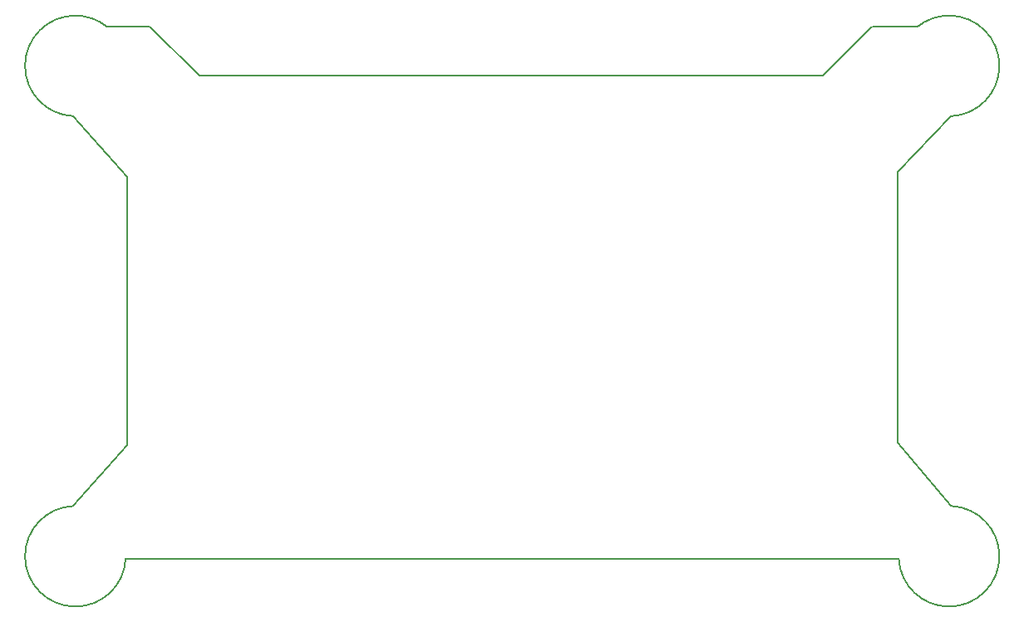
<source format=gko>
G04 Layer_Color=16720538*
%FSLAX24Y24*%
%MOIN*%
G70*
G01*
G75*
%ADD149C,0.0050*%
D149*
X9843Y17666D02*
G03*
X11859Y19586I0J2019D01*
G01*
X42866D02*
G03*
X44882Y17666I2016J99D01*
G01*
D02*
G03*
X46901Y19685I0J2019D01*
G01*
D02*
G03*
X44968Y21702I-2019J0D01*
G01*
D02*
G03*
X44957Y21717I-86J-48D01*
G01*
X44953Y37333D02*
G03*
X44968Y37353I-71J68D01*
G01*
D02*
G03*
X46901Y39370I-86J2017D01*
G01*
D02*
G03*
X44882Y41389I-2019J0D01*
G01*
D02*
G03*
X43612Y40939I0J-2019D01*
G01*
D02*
G03*
X43578Y40945I-34J-93D01*
G01*
X41855D02*
G03*
X41843Y40944I0J-99D01*
G01*
D02*
G03*
X41761Y40916I-12J-98D01*
G01*
X12865D02*
G03*
X12795Y40945I-70J-70D01*
G01*
X11122D02*
G03*
X11107Y40944I0J-99D01*
G01*
D02*
G03*
X9843Y41389I-1264J-1574D01*
G01*
D02*
G03*
X7824Y39370I0J-2019D01*
G01*
D02*
G03*
X9757Y37353I2019J0D01*
G01*
D02*
G03*
X9769Y37336I86J48D01*
G01*
Y21719D02*
G03*
X9757Y21702I74J-65D01*
G01*
D02*
G03*
X7824Y19685I86J-2017D01*
G01*
D02*
G03*
X9843Y17666I2019J0D01*
G01*
X11859Y19586D02*
X42866D01*
X42815Y24249D02*
X44957Y21717D01*
X42815Y24249D02*
Y35098D01*
X44953Y37333D01*
X41855Y40945D02*
X43578D01*
X39821Y38977D02*
X41761Y40916D01*
X14805Y38977D02*
X39821D01*
X12865Y40916D02*
X14805Y38977D01*
X12865Y40916D02*
X12865Y40916D01*
X11122Y40945D02*
X12795D01*
X9769Y37336D02*
X11909Y34904D01*
Y24151D02*
Y34904D01*
X9769Y21719D02*
X11909Y24151D01*
M02*

</source>
